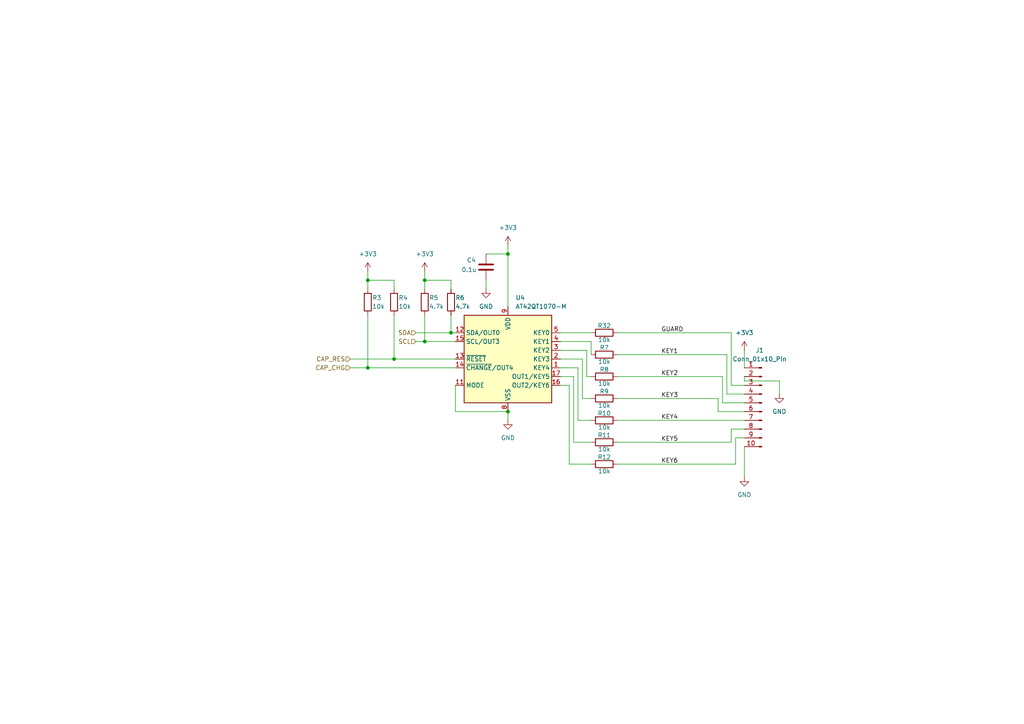
<source format=kicad_sch>
(kicad_sch (version 20231120) (generator "eeschema") (generator_version "8.0")
  (paper "A4")
  (lib_symbols
    (symbol "Connector:Conn_01x10_Pin" (pin_names (offset 1.016) hide)
      (property "Reference" "J" (at 0 12.7 0))
      (property "Value" "Conn_01x10_Pin" (at 0 -15.24 0))
      (symbol "Conn_01x10_Pin_1_1"
        (polyline (pts (xy 1.27 -12.7) (xy 0.8636 -12.7)) (stroke (width 0.1524)))
        (polyline (pts (xy 1.27 -10.16) (xy 0.8636 -10.16)) (stroke (width 0.1524)))
        (polyline (pts (xy 1.27 -7.62) (xy 0.8636 -7.62)) (stroke (width 0.1524)))
        (polyline (pts (xy 1.27 -5.08) (xy 0.8636 -5.08)) (stroke (width 0.1524)))
        (polyline (pts (xy 1.27 -2.54) (xy 0.8636 -2.54)) (stroke (width 0.1524)))
        (polyline (pts (xy 1.27 0) (xy 0.8636 0)) (stroke (width 0.1524)))
        (polyline (pts (xy 1.27 2.54) (xy 0.8636 2.54)) (stroke (width 0.1524)))
        (polyline (pts (xy 1.27 5.08) (xy 0.8636 5.08)) (stroke (width 0.1524)))
        (polyline (pts (xy 1.27 7.62) (xy 0.8636 7.62)) (stroke (width 0.1524)))
        (polyline (pts (xy 1.27 10.16) (xy 0.8636 10.16)) (stroke (width 0.1524)))
        (rectangle (start 0.8636 -12.573) (end 0 -12.827) (stroke (width 0.1524)) (fill (type outline)))
        (rectangle (start 0.8636 -10.033) (end 0 -10.287) (stroke (width 0.1524)) (fill (type outline)))
        (rectangle (start 0.8636 -7.493) (end 0 -7.747) (stroke (width 0.1524)) (fill (type outline)))
        (rectangle (start 0.8636 -4.953) (end 0 -5.207) (stroke (width 0.1524)) (fill (type outline)))
        (rectangle (start 0.8636 -2.413) (end 0 -2.667) (stroke (width 0.1524)) (fill (type outline)))
        (rectangle (start 0.8636 0.127) (end 0 -0.127) (stroke (width 0.1524)) (fill (type outline)))
        (rectangle (start 0.8636 2.667) (end 0 2.413) (stroke (width 0.1524)) (fill (type outline)))
        (rectangle (start 0.8636 5.207) (end 0 4.953) (stroke (width 0.1524)) (fill (type outline)))
        (rectangle (start 0.8636 7.747) (end 0 7.493) (stroke (width 0.1524)) (fill (type outline)))
        (rectangle (start 0.8636 10.287) (end 0 10.033) (stroke (width 0.1524)) (fill (type outline)))
        (pin passive line (at 5.08 10.16 180) (length 3.81) (name "Pin_1") (number "1"))
        (pin passive line (at 5.08 -12.7 180) (length 3.81) (name "Pin_10") (number "10"))
        (pin passive line (at 5.08 7.62 180) (length 3.81) (name "Pin_2") (number "2"))
        (pin passive line (at 5.08 5.08 180) (length 3.81) (name "Pin_3") (number "3"))
        (pin passive line (at 5.08 2.54 180) (length 3.81) (name "Pin_4") (number "4"))
        (pin passive line (at 5.08 0 180) (length 3.81) (name "Pin_5") (number "5"))
        (pin passive line (at 5.08 -2.54 180) (length 3.81) (name "Pin_6") (number "6"))
        (pin passive line (at 5.08 -5.08 180) (length 3.81) (name "Pin_7") (number "7"))
        (pin passive line (at 5.08 -7.62 180) (length 3.81) (name "Pin_8") (number "8"))
        (pin passive line (at 5.08 -10.16 180) (length 3.81) (name "Pin_9") (number "9"))
      )
    )
    (symbol "Device:C" (pin_numbers hide) (pin_names (offset 0.254))
      (property "Reference" "C" (at 0.635 2.54 0))
      (property "Value" "C" (at 0.635 -2.54 0))
      (symbol "C_0_1"
        (polyline (pts (xy -2.032 -0.762) (xy 2.032 -0.762)) (stroke (width 0.508)))
        (polyline (pts (xy -2.032 0.762) (xy 2.032 0.762)) (stroke (width 0.508)))
      )
      (symbol "C_1_1"
        (pin passive line (at 0 3.81 270) (length 2.794) (name "~") (number "1"))
        (pin passive line (at 0 -3.81 90) (length 2.794) (name "~") (number "2"))
      )
    )
    (symbol "Device:R" (pin_numbers hide) (pin_names (offset 0))
      (property "Reference" "R" (at 2.032 0 90))
      (property "Value" "R" (at 0 0 90))
      (symbol "R_0_1"
        (rectangle (start -1.016 -2.54) (end 1.016 2.54) (stroke (width 0.254)))
      )
      (symbol "R_1_1"
        (pin passive line (at 0 3.81 270) (length 1.27) (name "~") (number "1"))
        (pin passive line (at 0 -3.81 90) (length 1.27) (name "~") (number "2"))
      )
    )
    (symbol "Sensor_Touch:AT42QT1070-M"
      (property "Reference" "U" (at -2.54 16.51 0))
      (property "Value" "AT42QT1070-M" (at -2.54 13.97 0))
      (symbol "AT42QT1070-M_0_1"
        (rectangle (start -12.7 12.7) (end 12.7 -12.7) (stroke (width 0.254)) (fill (type background)))
      )
      (symbol "AT42QT1070-M_1_1"
        (pin passive line (at 15.24 -2.54 180) (length 2.54) (name "KEY4") (number "1"))
        (pin no_connect line (at -5.08 -12.7 90) (length 2.54) hide (name "NC") (number "10"))
        (pin input line (at -15.24 -7.62 0) (length 2.54) (name "MODE") (number "11"))
        (pin bidirectional line (at -15.24 7.62 0) (length 2.54) (name "SDA/OUT0") (number "12"))
        (pin input line (at -15.24 0 0) (length 2.54) (name "~{RESET}") (number "13"))
        (pin open_collector line (at -15.24 -2.54 0) (length 2.54) (name "~{CHANGE}/OUT4") (number "14"))
        (pin bidirectional line (at -15.24 5.08 0) (length 2.54) (name "SCL/OUT3") (number "15"))
        (pin output line (at 15.24 -7.62 180) (length 2.54) (name "OUT2/KEY6") (number "16"))
        (pin output line (at 15.24 -5.08 180) (length 2.54) (name "OUT1/KEY5") (number "17"))
        (pin no_connect line (at 5.08 -12.7 90) (length 2.54) hide (name "NC") (number "18"))
        (pin no_connect line (at 7.62 -12.7 90) (length 2.54) hide (name "NC") (number "19"))
        (pin passive line (at 15.24 0 180) (length 2.54) (name "KEY3") (number "2"))
        (pin no_connect line (at 10.16 -12.7 90) (length 2.54) hide (name "NC") (number "20"))
        (pin passive line (at 0 -15.24 90) (length 2.54) hide (name "VSS") (number "21"))
        (pin passive line (at 15.24 2.54 180) (length 2.54) (name "KEY2") (number "3"))
        (pin passive line (at 15.24 5.08 180) (length 2.54) (name "KEY1") (number "4"))
        (pin passive line (at 15.24 7.62 180) (length 2.54) (name "KEY0") (number "5"))
        (pin no_connect line (at -10.16 -12.7 90) (length 2.54) hide (name "NC") (number "6"))
        (pin no_connect line (at -7.62 -12.7 90) (length 2.54) hide (name "NC") (number "7"))
        (pin power_in line (at 0 -15.24 90) (length 2.54) (name "VSS") (number "8"))
        (pin power_in line (at 0 15.24 270) (length 2.54) (name "VDD") (number "9"))
      )
    )
    (symbol "power:+3V3" (power) (pin_numbers hide) (pin_names (offset 0) hide)
      (property "Value" "+3V3" (at 0 3.556 0))
      (symbol "+3V3_0_1"
        (polyline (pts (xy -0.762 1.27) (xy 0 2.54)))
        (polyline (pts (xy 0 0) (xy 0 2.54)))
        (polyline (pts (xy 0 2.54) (xy 0.762 1.27)))
      )
      (symbol "+3V3_1_1"
        (pin power_in line (at 0 0 90) (length 0) (name "~") (number "1"))
      )
    )
    (symbol "power:GND" (power) (pin_numbers hide) (pin_names (offset 0) hide)
      (property "Value" "GND" (at 0 -3.81 0))
      (symbol "GND_0_1"
        (polyline (pts (xy 0 0) (xy 0 -1.27) (xy 1.27 -1.27) (xy 0 -2.54) (xy -1.27 -1.27) (xy 0 -1.27)))
      )
      (symbol "GND_1_1"
        (pin power_in line (at 0 0 270) (length 0) (name "~") (number "1"))
      )
    )
  )
  (junction (at 106.68 106.68))
  (junction (at 147.32 119.38))
  (junction (at 106.68 81.28))
  (junction (at 130.81 96.52))
  (junction (at 123.19 99.06))
  (junction (at 147.32 73.66))
  (junction (at 114.3 104.14))
  (junction (at 123.19 81.28))
  (wire (pts (xy 167.64 121.92) (xy 171.45 121.92)))
  (wire (pts (xy 123.19 81.28) (xy 123.19 83.82)))
  (wire (pts (xy 208.28 115.57) (xy 208.28 119.38)))
  (wire (pts (xy 130.81 96.52) (xy 132.08 96.52)))
  (wire (pts (xy 114.3 91.44) (xy 114.3 104.14)))
  (wire (pts (xy 170.18 101.6) (xy 170.18 109.22)))
  (wire (pts (xy 179.07 102.87) (xy 210.82 102.87)))
  (wire (pts (xy 106.68 81.28) (xy 106.68 83.82)))
  (wire (pts (xy 179.07 96.52) (xy 212.09 96.52)))
  (wire (pts (xy 209.55 116.84) (xy 215.9 116.84)))
  (wire (pts (xy 213.36 127) (xy 215.9 127)))
  (wire (pts (xy 226.06 110.49) (xy 226.06 114.3)))
  (wire (pts (xy 162.56 109.22) (xy 166.37 109.22)))
  (wire (pts (xy 123.19 91.44) (xy 123.19 99.06)))
  (wire (pts (xy 132.08 119.38) (xy 147.32 119.38)))
  (wire (pts (xy 179.07 115.57) (xy 208.28 115.57)))
  (wire (pts (xy 106.68 91.44) (xy 106.68 106.68)))
  (wire (pts (xy 101.6 106.68) (xy 106.68 106.68)))
  (wire (pts (xy 162.56 99.06) (xy 171.45 99.06)))
  (wire (pts (xy 147.32 88.9) (xy 147.32 73.66)))
  (wire (pts (xy 106.68 78.74) (xy 106.68 81.28)))
  (wire (pts (xy 162.56 104.14) (xy 168.91 104.14)))
  (wire (pts (xy 106.68 81.28) (xy 114.3 81.28)))
  (wire (pts (xy 165.1 111.76) (xy 165.1 134.62)))
  (wire (pts (xy 147.32 71.12) (xy 147.32 73.66)))
  (wire (pts (xy 120.65 96.52) (xy 130.81 96.52)))
  (wire (pts (xy 101.6 104.14) (xy 114.3 104.14)))
  (wire (pts (xy 140.97 81.28) (xy 140.97 83.82)))
  (wire (pts (xy 165.1 134.62) (xy 171.45 134.62)))
  (wire (pts (xy 215.9 110.49) (xy 226.06 110.49)))
  (wire (pts (xy 210.82 102.87) (xy 210.82 114.3)))
  (wire (pts (xy 171.45 99.06) (xy 171.45 102.87)))
  (wire (pts (xy 212.09 128.27) (xy 212.09 124.46)))
  (wire (pts (xy 212.09 96.52) (xy 212.09 111.76)))
  (wire (pts (xy 123.19 81.28) (xy 130.81 81.28)))
  (wire (pts (xy 140.97 73.66) (xy 147.32 73.66)))
  (wire (pts (xy 215.9 109.22) (xy 215.9 110.49)))
  (wire (pts (xy 213.36 134.62) (xy 213.36 127)))
  (wire (pts (xy 215.9 129.54) (xy 215.9 138.43)))
  (wire (pts (xy 130.81 81.28) (xy 130.81 83.82)))
  (wire (pts (xy 168.91 104.14) (xy 168.91 115.57)))
  (wire (pts (xy 106.68 106.68) (xy 132.08 106.68)))
  (wire (pts (xy 132.08 111.76) (xy 132.08 119.38)))
  (wire (pts (xy 123.19 78.74) (xy 123.19 81.28)))
  (wire (pts (xy 114.3 104.14) (xy 132.08 104.14)))
  (wire (pts (xy 166.37 128.27) (xy 171.45 128.27)))
  (wire (pts (xy 212.09 124.46) (xy 215.9 124.46)))
  (wire (pts (xy 162.56 96.52) (xy 171.45 96.52)))
  (wire (pts (xy 212.09 111.76) (xy 215.9 111.76)))
  (wire (pts (xy 166.37 109.22) (xy 166.37 128.27)))
  (wire (pts (xy 179.07 109.22) (xy 209.55 109.22)))
  (wire (pts (xy 162.56 111.76) (xy 165.1 111.76)))
  (wire (pts (xy 210.82 114.3) (xy 215.9 114.3)))
  (wire (pts (xy 179.07 128.27) (xy 212.09 128.27)))
  (wire (pts (xy 179.07 121.92) (xy 215.9 121.92)))
  (wire (pts (xy 208.28 119.38) (xy 215.9 119.38)))
  (wire (pts (xy 147.32 119.38) (xy 147.32 121.92)))
  (wire (pts (xy 130.81 91.44) (xy 130.81 96.52)))
  (wire (pts (xy 179.07 134.62) (xy 213.36 134.62)))
  (wire (pts (xy 170.18 109.22) (xy 171.45 109.22)))
  (wire (pts (xy 168.91 115.57) (xy 171.45 115.57)))
  (wire (pts (xy 209.55 109.22) (xy 209.55 116.84)))
  (wire (pts (xy 114.3 81.28) (xy 114.3 83.82)))
  (wire (pts (xy 120.65 99.06) (xy 123.19 99.06)))
  (wire (pts (xy 162.56 106.68) (xy 167.64 106.68)))
  (wire (pts (xy 162.56 101.6) (xy 170.18 101.6)))
  (wire (pts (xy 123.19 99.06) (xy 132.08 99.06)))
  (wire (pts (xy 167.64 106.68) (xy 167.64 121.92)))
  (wire (pts (xy 215.9 101.6) (xy 215.9 106.68)))
  (label "KEY1" (at 191.77 102.87 0))
  (label "KEY2" (at 191.77 109.22 0))
  (label "KEY5" (at 191.77 128.27 0))
  (label "KEY4" (at 191.77 121.92 0))
  (label "GUARD" (at 191.77 96.52 0))
  (label "KEY6" (at 191.77 134.62 0))
  (label "KEY3" (at 191.77 115.57 0))
  (hierarchical_label "CAP_RES" (shape input) (at 101.6 104.14 180))
  (hierarchical_label "SDA" (shape input) (at 120.65 96.52 180))
  (hierarchical_label "SCL" (shape input) (at 120.65 99.06 180))
  (hierarchical_label "CAP_CHG" (shape input) (at 101.6 106.68 180))
  (symbol (lib_id "power:GND") (at 140.97 83.82 0) (unit 1)
    (property "Reference" "#PWR013" (effects (hide yes)))
    (property "Value" "GND" (at 140.97 88.9 0))
    (property "Description" "Power symbol creates a global label with name \"GND\" , ground" (effects (hide yes)))
  )
  (symbol (lib_id "Device:R") (at 175.26 128.27 90) (unit 1)
    (property "Reference" "R11" (at 175.26 126.238 90))
    (property "Value" "10k" (at 175.26 130.302 90))
    (property "Description" "Resistor" (effects (hide yes)))
  )
  (symbol (lib_id "power:GND") (at 215.9 138.43 0) (unit 1)
    (property "Reference" "#PWR030" (effects (hide yes)))
    (property "Value" "GND" (at 215.9 143.51 0))
    (property "Description" "Power symbol creates a global label with name \"GND\" , ground" (effects (hide yes)))
  )
  (symbol (lib_id "Device:R") (at 106.68 87.63 0) (unit 1)
    (property "Reference" "R3" (at 107.95 86.36 0) (effects (justify left)))
    (property "Value" "10k" (at 107.95 88.9 0) (effects (justify left)))
    (property "Description" "Resistor" (effects (hide yes)))
  )
  (symbol (lib_id "power:+3V3") (at 123.19 78.74 0) (unit 1)
    (property "Reference" "#PWR012" (effects (hide yes)))
    (property "Value" "+3V3" (at 123.19 73.66 0))
    (property "Description" "Power symbol creates a global label with name \"+3V3\"" (effects (hide yes)))
  )
  (symbol (lib_id "Device:R") (at 130.81 87.63 0) (unit 1)
    (property "Reference" "R6" (at 132.08 86.36 0) (effects (justify left)))
    (property "Value" "4.7k" (at 132.08 88.9 0) (effects (justify left)))
    (property "Description" "Resistor" (effects (hide yes)))
  )
  (symbol (lib_id "Device:C") (at 140.97 77.47 0) (unit 1)
    (property "Reference" "C4" (at 135.382 75.438 0) (effects (justify left)))
    (property "Value" "0.1u" (at 133.858 78.232 0) (effects (justify left)))
    (property "Description" "Unpolarized capacitor" (effects (hide yes)))
  )
  (symbol (lib_id "Device:R") (at 175.26 96.52 90) (unit 1)
    (property "Reference" "R32" (at 175.26 94.488 90))
    (property "Value" "10k" (at 175.26 98.552 90))
    (property "Description" "Resistor" (effects (hide yes)))
  )
  (symbol (lib_id "Device:R") (at 175.26 134.62 90) (unit 1)
    (property "Reference" "R12" (at 175.26 132.588 90))
    (property "Value" "10k" (at 175.26 136.652 90))
    (property "Description" "Resistor" (effects (hide yes)))
  )
  (symbol (lib_id "Device:R") (at 175.26 115.57 90) (unit 1)
    (property "Reference" "R9" (at 175.26 113.538 90))
    (property "Value" "10k" (at 175.26 117.602 90))
    (property "Description" "Resistor" (effects (hide yes)))
  )
  (symbol (lib_id "Device:R") (at 175.26 121.92 90) (unit 1)
    (property "Reference" "R10" (at 175.26 119.888 90))
    (property "Value" "10k" (at 175.26 123.952 90))
    (property "Description" "Resistor" (effects (hide yes)))
  )
  (symbol (lib_id "Device:R") (at 114.3 87.63 0) (unit 1)
    (property "Reference" "R4" (at 115.57 86.36 0) (effects (justify left)))
    (property "Value" "10k" (at 115.57 88.9 0) (effects (justify left)))
    (property "Description" "Resistor" (effects (hide yes)))
  )
  (symbol (lib_id "power:+3V3") (at 215.9 101.6 0) (unit 1)
    (property "Reference" "#PWR017" (effects (hide yes)))
    (property "Value" "+3V3" (at 215.9 96.52 0))
    (property "Description" "Power symbol creates a global label with name \"+3V3\"" (effects (hide yes)))
  )
  (symbol (lib_id "Connector:Conn_01x10_Pin") (at 220.98 116.84 0) (mirror y) (unit 1)
    (property "Reference" "J1" (at 220.345 101.6 0))
    (property "Value" "Conn_01x10_Pin" (at 220.345 104.14 0))
    (property "Description" "Generic connector, single row, 01x10, script generated" (effects (hide yes)))
  )
  (symbol (lib_id "power:+3V3") (at 147.32 71.12 0) (unit 1)
    (property "Reference" "#PWR014" (effects (hide yes)))
    (property "Value" "+3V3" (at 147.32 66.04 0))
    (property "Description" "Power symbol creates a global label with name \"+3V3\"" (effects (hide yes)))
  )
  (symbol (lib_id "power:GND") (at 147.32 121.92 0) (unit 1)
    (property "Reference" "#PWR015" (effects (hide yes)))
    (property "Value" "GND" (at 147.32 127 0))
    (property "Description" "Power symbol creates a global label with name \"GND\" , ground" (effects (hide yes)))
  )
  (symbol (lib_id "Device:R") (at 123.19 87.63 0) (unit 1)
    (property "Reference" "R5" (at 124.46 86.36 0) (effects (justify left)))
    (property "Value" "4.7k" (at 124.46 88.9 0) (effects (justify left)))
    (property "Description" "Resistor" (effects (hide yes)))
  )
  (symbol (lib_id "power:+3V3") (at 106.68 78.74 0) (unit 1)
    (property "Reference" "#PWR011" (effects (hide yes)))
    (property "Value" "+3V3" (at 106.68 73.66 0))
    (property "Description" "Power symbol creates a global label with name \"+3V3\"" (effects (hide yes)))
  )
  (symbol (lib_id "Sensor_Touch:AT42QT1070-M") (at 147.32 104.14 0) (unit 1)
    (property "Reference" "U4" (at 149.5141 86.36 0) (effects (justify left)))
    (property "Value" "AT42QT1070-M" (at 149.5141 88.9 0) (effects (justify left)))
    (property "Footprint" "Package_DFN_QFN:VQFN-20-1EP_3x3mm_P0.45mm_EP1.55x1.55mm" (effects (hide yes)))
    (property "Datasheet" "http://ww1.microchip.com/downloads/en/DeviceDoc/Atmel-9596-AT42-QTouch-BSW-AT42QT1070_Datasheet.pdf" (effects (hide yes)))
    (property "Description" "Seven-key Touch Sensor IC, VQFN-20" (effects (hide yes)))
  )
  (symbol (lib_id "Device:R") (at 175.26 109.22 90) (unit 1)
    (property "Reference" "R8" (at 175.26 107.188 90))
    (property "Value" "10k" (at 175.26 111.252 90))
    (property "Description" "Resistor" (effects (hide yes)))
  )
  (symbol (lib_id "Device:R") (at 175.26 102.87 90) (unit 1)
    (property "Reference" "R7" (at 175.26 100.838 90))
    (property "Value" "10k" (at 175.26 104.902 90))
    (property "Description" "Resistor" (effects (hide yes)))
  )
  (symbol (lib_id "power:GND") (at 226.06 114.3 0) (unit 1)
    (property "Reference" "#PWR018" (effects (hide yes)))
    (property "Value" "GND" (at 226.06 119.38 0))
    (property "Description" "Power symbol creates a global label with name \"GND\" , ground" (effects (hide yes)))
  )
)
</source>
